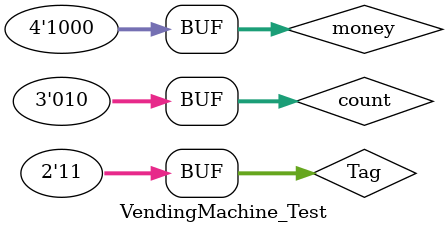
<source format=v>
`timescale 1ns / 1ps


module VendingMachine_Test;

	// Inputs
	reg [1:0] Tag;
	reg [2:0] count;
	reg [3:0] money;

	// Outputs
	wire possibility;
	wire [3:0] remainingMoney;

	// Instantiate the Unit Under Test (UUT)
	Vending_Machine uut (
		.Tag(Tag), 
		.count(count), 
		.money(money), 
		.possibility(possibility), 
		.remainingMoney(remainingMoney)
	);

	initial begin
		// Initialize Inputs
		Tag = 0;
		count = 0;
		money = 0;

		// Wait 100 ns for global reset to finish
		#100;
		Tag = 11;
		count = 010;
		money = 1000;

        
		// Add stimulus here

	end
      
endmodule


</source>
